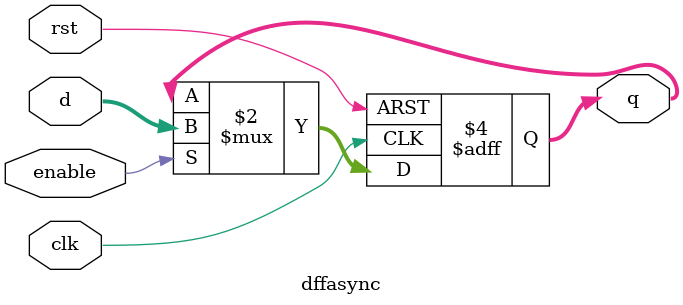
<source format=v>
module dffasync #(
    parameter width =18 
) (
    input [width-1:0]d,input clk , enable , rst , output reg [width-1:0]q
);
    always @(posedge clk or posedge rst) begin
        if(rst)
        q<=0;
        else if (enable)
        q<=d;
    end

endmodule
</source>
